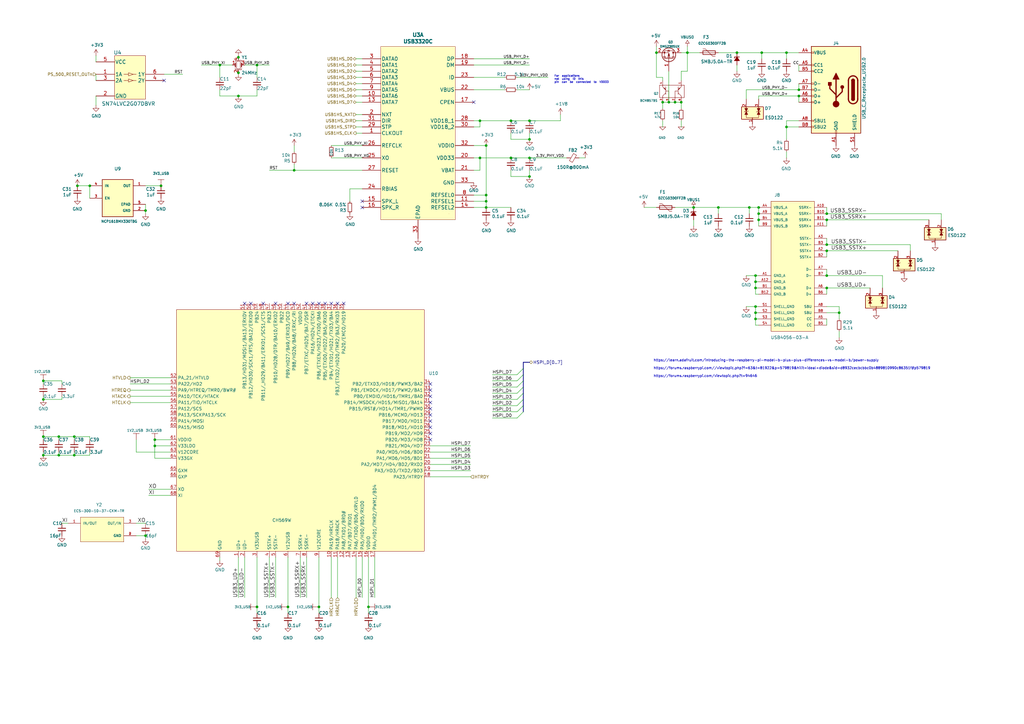
<source format=kicad_sch>
(kicad_sch (version 20230819) (generator eeschema)
  (paper "A3")
  (junction (at 17.78 179.07))
  (junction (at 344.17 128.27))
  (junction (at 307.34 85.09))
  (junction (at 151.13 248.92))
  (junction (at 24.13 179.07))
  (junction (at 17.78 163.83))
  (junction (at 322.58 52.07))
  (junction (at 59.69 219.71))
  (junction (at 196.85 64.77))
  (junction (at 196.85 49.53))
  (junction (at 36.83 76.2))
  (junction (at 322.58 21.59))
  (junction (at 118.11 248.92))
  (junction (at 339.09 102.87))
  (junction (at 311.15 87.63))
  (junction (at 281.94 21.59))
  (junction (at 17.78 156.21))
  (junction (at 31.75 76.2))
  (junction (at 17.78 186.69))
  (junction (at 312.42 21.59))
  (junction (at 199.39 82.55))
  (junction (at 199.39 59.69))
  (junction (at 90.17 26.67))
  (junction (at 30.48 186.69))
  (junction (at 63.5 182.88))
  (junction (at 309.88 115.57))
  (junction (at 327.66 39.37))
  (junction (at 279.4 41.91))
  (junction (at 311.15 90.17))
  (junction (at 97.79 23.495))
  (junction (at 209.55 49.53))
  (junction (at 339.09 118.11))
  (junction (at 63.5 180.34))
  (junction (at 339.09 90.17))
  (junction (at 105.41 248.92))
  (junction (at 199.39 85.09))
  (junction (at 217.17 49.53))
  (junction (at 339.09 87.63))
  (junction (at 209.55 64.77))
  (junction (at 302.26 21.59))
  (junction (at 309.88 125.73))
  (junction (at 217.17 57.15))
  (junction (at 59.69 86.36))
  (junction (at 97.79 29.845))
  (junction (at 120.65 69.85))
  (junction (at 284.48 85.09))
  (junction (at 276.86 41.91))
  (junction (at 130.81 248.92))
  (junction (at 339.09 113.03))
  (junction (at 66.04 76.2))
  (junction (at 309.88 130.81))
  (junction (at 269.24 21.59))
  (junction (at 311.15 85.09))
  (junction (at 30.48 179.07))
  (junction (at 327.66 36.83))
  (junction (at 294.64 85.09))
  (junction (at 199.39 80.01))
  (junction (at 309.88 113.03))
  (junction (at 105.41 26.67))
  (junction (at 339.09 100.33))
  (junction (at 217.17 72.39))
  (junction (at 274.32 41.91))
  (junction (at 271.78 41.91))
  (junction (at 97.79 39.37))
  (junction (at 309.88 128.27))
  (junction (at 24.13 186.69))
  (junction (at 309.88 118.11))
  (junction (at 217.17 64.77))
  (no_connect (at 176.53 177.8))
  (no_connect (at 102.87 124.46))
  (no_connect (at 176.53 170.18))
  (no_connect (at 133.35 124.46))
  (no_connect (at 138.43 124.46))
  (no_connect (at 176.53 162.56))
  (no_connect (at 100.33 124.46))
  (no_connect (at 176.53 160.02))
  (no_connect (at 118.11 124.46))
  (no_connect (at 135.89 124.46))
  (no_connect (at 148.59 85.09))
  (no_connect (at 176.53 175.26))
  (no_connect (at 128.27 124.46))
  (no_connect (at 176.53 165.1))
  (no_connect (at 107.95 124.46))
  (no_connect (at 113.03 124.46))
  (no_connect (at 140.97 124.46))
  (no_connect (at 176.53 172.72))
  (no_connect (at 176.53 180.34))
  (no_connect (at 176.53 157.48))
  (no_connect (at 194.31 41.91))
  (no_connect (at 120.65 124.46))
  (no_connect (at 125.73 124.46))
  (no_connect (at 148.59 82.55))
  (no_connect (at 176.53 167.64))
  (no_connect (at 67.31 33.02))
  (no_connect (at 130.81 124.46))
  (bus_entry (at 212.09 163.83) (size 2.54 -2.54))
  (bus_entry (at 212.09 158.75) (size 2.54 -2.54))
  (bus_entry (at 212.09 153.67) (size 2.54 -2.54))
  (bus_entry (at 212.09 171.45) (size 2.54 -2.54))
  (bus_entry (at 212.09 156.21) (size 2.54 -2.54))
  (bus_entry (at 212.09 161.29) (size 2.54 -2.54))
  (bus_entry (at 212.09 168.91) (size 2.54 -2.54))
  (bus_entry (at 212.09 166.37) (size 2.54 -2.54))
  (bus (pts (xy 214.63 158.75) (xy 214.63 161.29)))
  (wire (pts (xy 110.49 69.85) (xy 120.65 69.85)))
  (wire (pts (xy 276.86 41.91) (xy 279.4 41.91)))
  (wire (pts (xy 217.17 57.15) (xy 209.55 57.15)))
  (wire (pts (xy 125.73 228.6) (xy 125.73 245.11)))
  (wire (pts (xy 339.09 85.09) (xy 339.09 87.63)))
  (wire (pts (xy 339.09 100.33) (xy 373.38 100.33)))
  (wire (pts (xy 312.42 21.59) (xy 312.42 24.13)))
  (wire (pts (xy 151.13 248.92) (xy 151.13 251.46)))
  (wire (pts (xy 17.78 186.69) (xy 24.13 186.69)))
  (wire (pts (xy 90.17 39.37) (xy 97.79 39.37)))
  (wire (pts (xy 269.24 31.75) (xy 269.24 21.59)))
  (wire (pts (xy 90.17 39.37) (xy 90.17 36.83)))
  (wire (pts (xy 309.88 120.65) (xy 311.15 120.65)))
  (wire (pts (xy 113.03 228.6) (xy 113.03 245.11)))
  (wire (pts (xy 130.81 228.6) (xy 130.81 248.92)))
  (wire (pts (xy 284.48 92.71) (xy 284.48 90.17)))
  (wire (pts (xy 30.48 179.07) (xy 30.48 180.34)))
  (wire (pts (xy 199.39 80.01) (xy 194.31 80.01)))
  (wire (pts (xy 196.85 69.85) (xy 196.85 64.77)))
  (wire (pts (xy 212.09 36.83) (xy 217.17 36.83)))
  (wire (pts (xy 39.37 39.37) (xy 39.37 43.18)))
  (wire (pts (xy 311.15 87.63) (xy 311.15 85.09)))
  (wire (pts (xy 176.53 185.42) (xy 193.04 185.42)))
  (wire (pts (xy 309.88 115.57) (xy 311.15 115.57)))
  (wire (pts (xy 30.48 185.42) (xy 30.48 186.69)))
  (wire (pts (xy 279.4 29.21) (xy 279.4 33.02)))
  (wire (pts (xy 24.13 186.69) (xy 30.48 186.69)))
  (wire (pts (xy 194.31 31.75) (xy 207.01 31.75)))
  (wire (pts (xy 306.07 113.03) (xy 309.88 113.03)))
  (bus (pts (xy 214.63 161.29) (xy 214.63 163.83)))
  (wire (pts (xy 196.85 64.77) (xy 209.55 64.77)))
  (wire (pts (xy 209.55 72.39) (xy 217.17 72.39)))
  (wire (pts (xy 217.17 64.77) (xy 232.41 64.77)))
  (wire (pts (xy 69.85 165.1) (xy 53.34 165.1)))
  (wire (pts (xy 194.31 85.09) (xy 199.39 85.09)))
  (wire (pts (xy 148.59 26.67) (xy 146.05 26.67)))
  (wire (pts (xy 322.58 24.13) (xy 322.58 21.59)))
  (wire (pts (xy 24.13 179.07) (xy 24.13 180.34)))
  (wire (pts (xy 306.07 36.83) (xy 306.07 40.64)))
  (wire (pts (xy 148.59 29.21) (xy 146.05 29.21)))
  (wire (pts (xy 309.88 130.81) (xy 311.15 130.81)))
  (wire (pts (xy 176.53 182.88) (xy 193.04 182.88)))
  (wire (pts (xy 148.59 24.13) (xy 146.05 24.13)))
  (wire (pts (xy 148.59 52.07) (xy 146.05 52.07)))
  (wire (pts (xy 69.85 157.48) (xy 53.34 157.48)))
  (wire (pts (xy 138.43 228.6) (xy 138.43 245.11)))
  (wire (pts (xy 148.59 54.61) (xy 146.05 54.61)))
  (wire (pts (xy 294.64 85.09) (xy 294.64 87.63)))
  (wire (pts (xy 237.49 64.77) (xy 240.03 64.77)))
  (wire (pts (xy 276.86 85.09) (xy 284.48 85.09)))
  (wire (pts (xy 327.66 26.67) (xy 327.66 29.21)))
  (wire (pts (xy 59.69 83.82) (xy 59.69 86.36)))
  (wire (pts (xy 344.17 130.81) (xy 344.17 128.27)))
  (wire (pts (xy 148.59 39.37) (xy 146.05 39.37)))
  (wire (pts (xy 69.85 154.94) (xy 53.34 154.94)))
  (wire (pts (xy 194.31 26.67) (xy 217.17 26.67)))
  (wire (pts (xy 344.17 125.73) (xy 339.09 125.73)))
  (wire (pts (xy 309.88 125.73) (xy 311.15 125.73)))
  (wire (pts (xy 217.17 54.61) (xy 217.17 57.15)))
  (wire (pts (xy 63.5 187.96) (xy 63.5 182.88)))
  (wire (pts (xy 212.09 158.75) (xy 201.93 158.75)))
  (wire (pts (xy 209.55 49.53) (xy 196.85 49.53)))
  (wire (pts (xy 322.58 21.59) (xy 312.42 21.59)))
  (wire (pts (xy 309.88 128.27) (xy 309.88 130.81)))
  (wire (pts (xy 90.17 31.75) (xy 90.17 26.67)))
  (wire (pts (xy 176.53 190.5) (xy 193.04 190.5)))
  (wire (pts (xy 281.94 21.59) (xy 279.4 21.59)))
  (bus (pts (xy 214.63 151.13) (xy 214.63 153.67)))
  (wire (pts (xy 274.32 41.91) (xy 276.86 41.91)))
  (wire (pts (xy 148.59 77.47) (xy 143.51 77.47)))
  (wire (pts (xy 306.07 36.83) (xy 327.66 36.83)))
  (wire (pts (xy 17.78 163.83) (xy 17.78 162.56)))
  (wire (pts (xy 196.85 52.07) (xy 196.85 49.53)))
  (wire (pts (xy 281.94 29.21) (xy 279.4 29.21)))
  (wire (pts (xy 322.58 49.53) (xy 327.66 49.53)))
  (wire (pts (xy 55.88 185.42) (xy 55.88 180.34)))
  (wire (pts (xy 120.65 67.31) (xy 120.65 69.85)))
  (wire (pts (xy 199.39 85.09) (xy 209.55 85.09)))
  (bus (pts (xy 214.63 148.59) (xy 214.63 151.13)))
  (wire (pts (xy 229.87 49.53) (xy 217.17 49.53)))
  (wire (pts (xy 307.34 85.09) (xy 294.64 85.09)))
  (wire (pts (xy 199.39 82.55) (xy 199.39 80.01)))
  (wire (pts (xy 120.65 59.69) (xy 120.65 62.23)))
  (wire (pts (xy 74.93 30.48) (xy 67.31 30.48)))
  (wire (pts (xy 312.42 21.59) (xy 302.26 21.59)))
  (wire (pts (xy 135.89 64.77) (xy 148.59 64.77)))
  (wire (pts (xy 322.58 57.15) (xy 322.58 52.07)))
  (wire (pts (xy 60.96 203.2) (xy 69.85 203.2)))
  (wire (pts (xy 344.17 135.89) (xy 344.17 138.43)))
  (wire (pts (xy 97.79 23.495) (xy 97.79 24.13)))
  (wire (pts (xy 176.53 187.96) (xy 193.04 187.96)))
  (wire (pts (xy 194.31 36.83) (xy 207.01 36.83)))
  (wire (pts (xy 217.17 72.39) (xy 217.17 69.85)))
  (wire (pts (xy 97.79 29.21) (xy 97.79 29.845)))
  (wire (pts (xy 339.09 102.87) (xy 368.3 102.87)))
  (wire (pts (xy 130.81 248.92) (xy 130.81 251.46)))
  (wire (pts (xy 148.59 69.85) (xy 120.65 69.85)))
  (wire (pts (xy 279.4 41.91) (xy 279.4 44.45)))
  (wire (pts (xy 309.88 125.73) (xy 309.88 128.27)))
  (wire (pts (xy 194.31 24.13) (xy 217.17 24.13)))
  (wire (pts (xy 327.66 52.07) (xy 322.58 52.07)))
  (wire (pts (xy 17.78 179.07) (xy 17.78 180.34)))
  (wire (pts (xy 212.09 153.67) (xy 201.93 153.67)))
  (wire (pts (xy 25.4 214.63) (xy 27.94 214.63)))
  (wire (pts (xy 110.49 26.67) (xy 105.41 26.67)))
  (wire (pts (xy 97.79 39.37) (xy 105.41 39.37)))
  (wire (pts (xy 281.94 19.05) (xy 281.94 21.59)))
  (wire (pts (xy 110.49 228.6) (xy 110.49 245.11)))
  (wire (pts (xy 212.09 168.91) (xy 201.93 168.91)))
  (wire (pts (xy 25.4 163.83) (xy 25.4 162.56)))
  (wire (pts (xy 327.66 39.37) (xy 327.66 41.91)))
  (wire (pts (xy 339.09 113.03) (xy 361.95 113.03)))
  (wire (pts (xy 148.59 41.91) (xy 146.05 41.91)))
  (wire (pts (xy 327.66 21.59) (xy 322.58 21.59)))
  (wire (pts (xy 100.33 228.6) (xy 100.33 245.11)))
  (wire (pts (xy 309.88 118.11) (xy 309.88 120.65)))
  (wire (pts (xy 269.24 85.09) (xy 264.16 85.09)))
  (wire (pts (xy 90.17 229.87) (xy 90.17 228.6)))
  (wire (pts (xy 148.59 228.6) (xy 148.59 245.11)))
  (wire (pts (xy 339.09 90.17) (xy 339.09 92.71)))
  (wire (pts (xy 212.09 166.37) (xy 201.93 166.37)))
  (wire (pts (xy 209.55 64.77) (xy 217.17 64.77)))
  (wire (pts (xy 339.09 128.27) (xy 344.17 128.27)))
  (wire (pts (xy 60.96 200.66) (xy 69.85 200.66)))
  (wire (pts (xy 31.75 76.2) (xy 36.83 76.2)))
  (wire (pts (xy 148.59 49.53) (xy 146.05 49.53)))
  (wire (pts (xy 361.95 118.11) (xy 361.95 113.03)))
  (wire (pts (xy 97.79 22.86) (xy 97.79 23.495)))
  (wire (pts (xy 309.88 128.27) (xy 311.15 128.27)))
  (wire (pts (xy 194.31 64.77) (xy 196.85 64.77)))
  (wire (pts (xy 36.83 180.34) (xy 36.83 179.07)))
  (wire (pts (xy 209.55 69.85) (xy 209.55 72.39)))
  (bus (pts (xy 214.63 166.37) (xy 214.63 168.91)))
  (wire (pts (xy 59.69 220.98) (xy 59.69 219.71)))
  (wire (pts (xy 135.89 228.6) (xy 135.89 245.11)))
  (wire (pts (xy 66.04 76.2) (xy 59.69 76.2)))
  (wire (pts (xy 105.41 31.75) (xy 105.41 26.67)))
  (wire (pts (xy 25.4 156.21) (xy 17.78 156.21)))
  (wire (pts (xy 153.67 228.6) (xy 153.67 245.11)))
  (wire (pts (xy 148.59 46.99) (xy 146.05 46.99)))
  (wire (pts (xy 311.15 39.37) (xy 327.66 39.37)))
  (wire (pts (xy 196.85 49.53) (xy 194.31 49.53)))
  (wire (pts (xy 294.64 21.59) (xy 302.26 21.59)))
  (wire (pts (xy 322.58 52.07) (xy 322.58 49.53)))
  (bus (pts (xy 217.17 148.59) (xy 214.63 148.59)))
  (wire (pts (xy 373.38 100.33) (xy 373.38 102.87)))
  (wire (pts (xy 307.34 85.09) (xy 311.15 85.09)))
  (wire (pts (xy 339.09 102.87) (xy 339.09 105.41)))
  (wire (pts (xy 17.78 163.83) (xy 25.4 163.83)))
  (wire (pts (xy 307.34 87.63) (xy 307.34 85.09)))
  (wire (pts (xy 63.5 180.34) (xy 69.85 180.34)))
  (wire (pts (xy 339.09 97.79) (xy 339.09 100.33)))
  (wire (pts (xy 24.13 185.42) (xy 24.13 186.69)))
  (wire (pts (xy 274.32 29.21) (xy 274.32 41.91)))
  (wire (pts (xy 30.48 186.69) (xy 36.83 186.69)))
  (wire (pts (xy 25.4 157.48) (xy 25.4 156.21)))
  (wire (pts (xy 55.88 219.71) (xy 59.69 219.71)))
  (wire (pts (xy 135.89 59.69) (xy 148.59 59.69)))
  (wire (pts (xy 199.39 85.09) (xy 199.39 82.55)))
  (wire (pts (xy 105.41 36.83) (xy 105.41 39.37)))
  (bus (pts (xy 214.63 153.67) (xy 214.63 156.21)))
  (wire (pts (xy 176.53 193.04) (xy 193.04 193.04)))
  (wire (pts (xy 311.15 39.37) (xy 311.15 40.64)))
  (wire (pts (xy 271.78 49.53) (xy 271.78 52.07)))
  (wire (pts (xy 118.11 248.92) (xy 118.11 251.46)))
  (wire (pts (xy 217.17 49.53) (xy 209.55 49.53)))
  (wire (pts (xy 271.78 31.75) (xy 271.78 33.02)))
  (wire (pts (xy 339.09 118.11) (xy 356.87 118.11)))
  (wire (pts (xy 39.37 22.86) (xy 39.37 25.4)))
  (wire (pts (xy 69.85 187.96) (xy 63.5 187.96)))
  (wire (pts (xy 176.53 195.58) (xy 193.04 195.58)))
  (wire (pts (xy 90.17 26.67) (xy 95.25 26.67)))
  (wire (pts (xy 229.87 46.99) (xy 229.87 49.53)))
  (wire (pts (xy 97.79 228.6) (xy 97.79 245.11)))
  (wire (pts (xy 36.83 186.69) (xy 36.83 185.42)))
  (wire (pts (xy 148.59 36.83) (xy 146.05 36.83)))
  (wire (pts (xy 17.78 156.21) (xy 17.78 157.48)))
  (wire (pts (xy 274.32 41.91) (xy 271.78 41.91)))
  (wire (pts (xy 123.19 228.6) (xy 123.19 245.11)))
  (wire (pts (xy 281.94 21.59) (xy 281.94 29.21)))
  (wire (pts (xy 309.88 113.03) (xy 309.88 115.57)))
  (wire (pts (xy 59.69 86.36) (xy 59.69 87.63)))
  (wire (pts (xy 30.48 179.07) (xy 36.83 179.07)))
  (wire (pts (xy 309.88 118.11) (xy 311.15 118.11)))
  (wire (pts (xy 39.37 30.48) (xy 39.37 33.02)))
  (wire (pts (xy 105.41 26.67) (xy 100.33 26.67)))
  (wire (pts (xy 146.05 228.6) (xy 146.05 245.11)))
  (bus (pts (xy 214.63 163.83) (xy 214.63 166.37)))
  (wire (pts (xy 55.88 214.63) (xy 59.69 214.63)))
  (bus (pts (xy 214.63 156.21) (xy 214.63 158.75)))
  (wire (pts (xy 309.88 115.57) (xy 309.88 118.11)))
  (wire (pts (xy 386.08 87.63) (xy 386.08 90.17)))
  (wire (pts (xy 212.09 156.21) (xy 201.93 156.21)))
  (wire (pts (xy 212.09 31.75) (xy 224.79 31.75)))
  (wire (pts (xy 302.26 29.21) (xy 302.26 26.67)))
  (wire (pts (xy 287.02 21.59) (xy 281.94 21.59)))
  (wire (pts (xy 339.09 118.11) (xy 339.09 120.65)))
  (wire (pts (xy 339.09 87.63) (xy 386.08 87.63)))
  (wire (pts (xy 271.78 41.91) (xy 271.78 44.45)))
  (wire (pts (xy 69.85 160.02) (xy 53.34 160.02)))
  (wire (pts (xy 311.15 92.71) (xy 311.15 90.17)))
  (wire (pts (xy 17.78 179.07) (xy 24.13 179.07)))
  (wire (pts (xy 194.31 82.55) (xy 199.39 82.55)))
  (wire (pts (xy 97.79 29.845) (xy 97.79 30.48)))
  (wire (pts (xy 24.13 179.07) (xy 30.48 179.07)))
  (wire (pts (xy 209.55 57.15) (xy 209.55 54.61)))
  (wire (pts (xy 306.07 125.73) (xy 309.88 125.73)))
  (wire (pts (xy 269.24 19.05) (xy 269.24 21.59)))
  (wire (pts (xy 212.09 163.83) (xy 201.93 163.83)))
  (wire (pts (xy 339.09 110.49) (xy 339.09 113.03)))
  (wire (pts (xy 212.09 161.29) (xy 201.93 161.29)))
  (wire (pts (xy 194.31 52.07) (xy 196.85 52.07)))
  (wire (pts (xy 82.55 26.67) (xy 90.17 26.67)))
  (wire (pts (xy 327.66 34.29) (xy 327.66 36.83)))
  (wire (pts (xy 309.88 130.81) (xy 309.88 133.35)))
  (wire (pts (xy 339.09 130.81) (xy 339.09 133.35)))
  (wire (pts (xy 69.85 185.42) (xy 55.88 185.42)))
  (wire (pts (xy 194.31 69.85) (xy 196.85 69.85)))
  (wire (pts (xy 212.09 171.45) (xy 201.93 171.45)))
  (wire (pts (xy 344.17 128.27) (xy 344.17 125.73)))
  (wire (pts (xy 309.88 113.03) (xy 311.15 113.03)))
  (wire (pts (xy 105.41 248.92) (xy 105.41 251.46)))
  (wire (pts (xy 271.78 31.75) (xy 269.24 31.75)))
  (wire (pts (xy 69.85 162.56) (xy 53.34 162.56)))
  (wire (pts (xy 36.83 76.2) (xy 36.83 81.28)))
  (wire (pts (xy 311.15 90.17) (xy 311.15 87.63)))
  (wire (pts (xy 143.51 77.47) (xy 143.51 82.55)))
  (wire (pts (xy 339.09 90.17) (xy 381 90.17)))
  (wire (pts (xy 199.39 59.69) (xy 199.39 80.01)))
  (wire (pts (xy 322.58 62.23) (xy 322.58 64.77)))
  (wire (pts (xy 105.41 228.6) (xy 105.41 248.92)))
  (wire (pts (xy 309.88 133.35) (xy 311.15 133.35)))
  (wire (pts (xy 63.5 182.88) (xy 63.5 180.34)))
  (wire (pts (xy 118.11 228.6) (xy 118.11 248.92)))
  (wire (pts (xy 69.85 182.88) (xy 63.5 182.88)))
  (wire (pts (xy 294.64 85.09) (xy 284.48 85.09)))
  (wire (pts (xy 148.59 34.29) (xy 146.05 34.29)))
  (wire (pts (xy 17.78 185.42) (xy 17.78 186.69)))
  (wire (pts (xy 279.4 49.53) (xy 279.4 52.07)))
  (wire (pts (xy 151.13 228.6) (xy 151.13 248.92)))
  (wire (pts (xy 148.59 31.75) (xy 146.05 31.75)))
  (wire (pts (xy 194.31 59.69) (xy 199.39 59.69)))
  (text "For  applications  \nnot  using  ID  this  \npin  can  be  connected  to  VDD33" (at 227.33 34.29 0) (effects (font (size 0.7874 0.7874)) (justify left bottom)))
  (text "https://learn.adafruit.com/introducing-the-raspberry-pi-model-b-plus-plus-differences-vs-model-b/power-supply\n\nhttps://forums.raspberrypi.com//viewtopic.php?f=63&t=81922&p=579819&hilit=ideal+diode&sid=d8932cecbcbbc0b4889810990c86351f#p579819\n\nhttps://forums.raspberrypi.com/viewtopic.php?t=94646" (at 267.97 154.94 0) (effects (font (size 1 1)) (justify left bottom)))
  (label "HSPI_D1" (at 153.67 245.11 90))
  (label "USB3_UD-" (at 100.33 245.11 90) (effects (font (size 1.524 1.524))))
  (label "HSPI_D2" (at 201.93 166.37 0))
  (label "XO" (at 59.69 214.63 180) (effects (font (size 1.524 1.524))))
  (label "USB3_UD+" (at 355.6 118.11 180) (effects (font (size 1.524 1.524))))
  (label "XO" (at 60.96 200.66 0) (effects (font (size 1.524 1.524))))
  (label "3.3V_PHY_VDD" (at 224.79 31.75 180) (effects (font (size 1.0922 1.0922))))
  (label "HSPI_D0" (at 201.93 171.45 0))
  (label "HSPI_D0" (at 148.59 245.11 90))
  (label "HSPI_D3" (at 193.04 193.04 180))
  (label "HSPI_D4" (at 201.93 161.29 0))
  (label "HSPI_D6" (at 193.04 185.42 180))
  (label "XI" (at 25.4 214.63 0) (effects (font (size 1.524 1.524))))
  (label "USB_PHY_D-" (at 312.42 36.83 0) (effects (font (size 1.0922 1.0922))))
  (label "HSPI_D7" (at 201.93 153.67 0))
  (label "USB_PHY_XI" (at 140.97 59.69 0) (effects (font (size 1.0922 1.0922))))
  (label "USB3_SSRX+" (at 123.19 245.11 90) (effects (font (size 1.524 1.524))))
  (label "HSPI_D6" (at 201.93 156.21 0))
  (label "RST" (at 110.49 69.85 0) (effects (font (size 1.1938 1.1938))))
  (label "USB3_SSRX-" (at 355.6 87.63 180) (effects (font (size 1.524 1.524))))
  (label "HSPI_D5" (at 193.04 187.96 180))
  (label "HSPI_D7" (at 193.04 182.88 180))
  (label "USB3_SSTX-" (at 355.6 100.33 180) (effects (font (size 1.524 1.524))))
  (label "XI" (at 60.96 203.2 0) (effects (font (size 1.524 1.524))))
  (label "CC" (at 327.66 26.67 180) (effects (font (size 1.0922 1.0922))))
  (label "HSPI_D1" (at 201.93 168.91 0))
  (label "HSPI_D5" (at 201.93 158.75 0))
  (label "USB3_SSTX-" (at 113.03 245.11 90) (effects (font (size 1.524 1.524))))
  (label "RST" (at 74.93 30.48 180) (effects (font (size 1.1938 1.1938))))
  (label "HSPI_D4" (at 193.04 190.5 180))
  (label "USB_PHY_X0" (at 110.49 26.67 180) (effects (font (size 1.0922 1.0922))))
  (label "USB_PHY_D+" (at 217.17 24.13 180) (effects (font (size 1.0922 1.0922))))
  (label "USB_PHY_XI" (at 82.55 26.67 0) (effects (font (size 1.0922 1.0922))))
  (label "USB_PHY_D-" (at 217.17 26.67 180) (effects (font (size 1.0922 1.0922))))
  (label "USB3_SSRX-" (at 125.73 245.11 90) (effects (font (size 1.524 1.524))))
  (label "USB_PHY_D+" (at 312.42 39.37 0) (effects (font (size 1.0922 1.0922))))
  (label "HSPI_D2" (at 53.34 157.48 0))
  (label "3.3V_PHY_VDD" (at 219.71 64.77 0) (effects (font (size 1.0922 1.0922))))
  (label "USB3_UD+" (at 97.79 245.11 90) (effects (font (size 1.524 1.524))))
  (label "USB3_SSRX+" (at 355.6 90.17 180) (effects (font (size 1.524 1.524))))
  (label "HSPI_D3" (at 201.93 163.83 0))
  (label "USB3_SSTX+" (at 355.6 102.87 180) (effects (font (size 1.524 1.524))))
  (label "USB_PHY_X0" (at 140.97 64.77 0) (effects (font (size 1.0922 1.0922))))
  (label "USB3_SSTX+" (at 110.49 245.11 90) (effects (font (size 1.524 1.524))))
  (label "USB3_UD-" (at 355.6 113.03 180) (effects (font (size 1.524 1.524))))
  (hierarchical_label "PS_500_RESET_OUTn" (shape input) (at 39.37 30.48 180) (effects (font (size 1.1938 1.1938))))
  (hierarchical_label "HRCLK" (shape input) (at 135.89 245.11 270))
  (hierarchical_label "USB1HS_D1" (shape bidirectional) (at 146.05 26.67 180) (effects (font (size 1.1938 1.1938))))
  (hierarchical_label "USB1HS_D0" (shape bidirectional) (at 146.05 24.13 180) (effects (font (size 1.1938 1.1938))))
  (hierarchical_label "HTVLD" (shape output) (at 53.34 154.94 180))
  (hierarchical_label "HTREQ" (shape output) (at 53.34 160.02 180))
  (hierarchical_label "USB1HS_D3" (shape bidirectional) (at 146.05 31.75 180) (effects (font (size 1.1938 1.1938))))
  (hierarchical_label "USB1HS_D4" (shape bidirectional) (at 146.05 34.29 180) (effects (font (size 1.1938 1.1938))))
  (hierarchical_label "HRVLD" (shape input) (at 146.05 245.11 270))
  (hierarchical_label "HTRDY" (shape input) (at 193.04 195.58 0))
  (hierarchical_label "USB1HS_D2" (shape bidirectional) (at 146.05 29.21 180) (effects (font (size 1.1938 1.1938))))
  (hierarchical_label "USB1HS_STP" (shape input) (at 146.05 52.07 180) (effects (font (size 1.1938 1.1938))))
  (hierarchical_label "HTCLK" (shape output) (at 53.34 165.1 180))
  (hierarchical_label "USB1HS_D6" (shape bidirectional) (at 146.05 39.37 180) (effects (font (size 1.1938 1.1938))))
  (hierarchical_label "HRACT" (shape input) (at 138.43 245.11 270))
  (hierarchical_label "USB1HS_DIR" (shape input) (at 146.05 49.53 180) (effects (font (size 1.1938 1.1938))))
  (hierarchical_label "USB1HS_D7" (shape bidirectional) (at 146.05 41.91 180) (effects (font (size 1.1938 1.1938))))
  (hierarchical_label "USB1HS_D5" (shape bidirectional) (at 146.05 36.83 180) (effects (font (size 1.1938 1.1938))))
  (hierarchical_label "USB1HS_NXT" (shape input) (at 146.05 46.99 180) (effects (font (size 1.1938 1.1938))))
  (hierarchical_label "USB1HS_CLK" (shape output) (at 146.05 54.61 180) (effects (font (size 1.1938 1.1938))))
  (hierarchical_label "HSPI_D[0..7]" (shape bidirectional) (at 217.17 148.59 0))
  (hierarchical_label "HTACK" (shape output) (at 53.34 162.56 180))
  (symbol (lib_id "Device:R_Small") (at 143.51 85.09 180) (unit 1)
    (property "Reference" "R3" (at 142.0114 86.2584 0) (effects (justify left)))
    (property "Value" "8.06K 0.5%" (at 142.0114 83.947 0) (effects (justify left)))
    (property "Footprint" "smd:R_0201_0603Metric" (effects hide))
    (property "Datasheet" "https://www.yageo.com/upload/media/product/productsearch/datasheet/rchip/PYu-RT_1-to-0.01_RoHS_L_13.pdf" (effects hide))
    (property "Manufacturer_Part_Number" "RT0201BRE078K06L" (effects hide))
  )
  (symbol (lib_id "power:GND") (at 171.45 97.79 0) (unit 1)
    (property "Reference" "#PWR0118" (effects hide))
    (property "Value" "GND" (at 171.577 102.1842 0))
  )
  (symbol (lib_id "power:GND") (at 199.39 90.17 0) (unit 1)
    (property "Reference" "#PWR0119" (effects hide))
    (property "Value" "GND" (at 199.517 94.5642 0))
  )
  (symbol (lib_id "Device:C_Small") (at 199.39 87.63 0) (unit 1)
    (property "Reference" "C5" (at 201.7268 86.4616 0) (effects (justify left)))
    (property "Value" "0.1uF" (at 201.7268 88.773 0) (effects (justify left)))
    (property "Footprint" "smd:C_0201_0603Metric" (effects hide))
    (property "Datasheet" "https://mm.digikey.com/Volume0/opasdata/d220001/medias/docus/41/CL03A104KQ3NNNC_SS.pdf" (effects hide))
    (property "Manufacturer_Part_Number" "CL03A104KQ3NNNC" (effects hide))
  )
  (symbol (lib_id "power:GND") (at 194.31 74.93 0) (unit 1)
    (property "Reference" "#PWR0120" (effects hide))
    (property "Value" "GND" (at 194.31 78.105 0))
  )
  (symbol (lib_id "Device:C_Small") (at 209.55 52.07 0) (unit 1)
    (property "Reference" "C6" (at 209.55 50.165 0) (effects (justify left)))
    (property "Value" "0.1uF" (at 209.55 53.975 0) (effects (justify left)))
    (property "Footprint" "smd:C_0201_0603Metric" (effects hide))
    (property "Datasheet" "https://mm.digikey.com/Volume0/opasdata/d220001/medias/docus/41/CL03A104KQ3NNNC_SS.pdf" (effects hide))
    (property "Manufacturer_Part_Number" "CL03A104KQ3NNNC" (effects hide))
  )
  (symbol (lib_id "Connector:USB_C_Receptacle_USB2.0") (at 342.9 36.83 0) (mirror y) (unit 1)
    (property "Reference" "J4" (at 342.9 17.78 0))
    (property "Value" "USB_C_Receptacle_USB2.0" (at 354.33 36.195 90))
    (property "Footprint" "Connector_USB:USB_C_Receptacle_GCT_USB4085" (effects hide))
    (property "Datasheet" "https://www.usb.org/sites/default/files/documents/usb_type-c.zip" (effects hide))
    (property "Manufacturer_Part_Number" "USB4085-GF-A" (effects hide))
  )
  (symbol (lib_id "Device:C_Small") (at 217.17 52.07 0) (unit 1)
    (property "Reference" "C7" (at 217.17 50.165 0) (effects (justify left)))
    (property "Value" "0.1uF" (at 217.17 53.975 0) (effects (justify left)))
    (property "Footprint" "smd:C_0201_0603Metric" (effects hide))
    (property "Datasheet" "https://mm.digikey.com/Volume0/opasdata/d220001/medias/docus/41/CL03A104KQ3NNNC_SS.pdf" (effects hide))
    (property "Manufacturer_Part_Number" "CL03A104KQ3NNNC" (effects hide))
  )
  (symbol (lib_id "Device:C_Small") (at 209.55 67.31 0) (unit 1)
    (property "Reference" "C8" (at 209.55 65.405 0) (effects (justify left)))
    (property "Value" "0.1uF" (at 209.55 69.215 0) (effects (justify left)))
    (property "Footprint" "smd:C_0201_0603Metric" (effects hide))
    (property "Datasheet" "https://mm.digikey.com/Volume0/opasdata/d220001/medias/docus/41/CL03A104KQ3NNNC_SS.pdf" (effects hide))
    (property "Manufacturer_Part_Number" "CL03A104KQ3NNNC" (effects hide))
  )
  (symbol (lib_id "Device:C_Small") (at 217.17 67.31 0) (unit 1)
    (property "Reference" "C9" (at 217.17 65.405 0) (effects (justify left)))
    (property "Value" "0.1uF" (at 217.17 69.215 0) (effects (justify left)))
    (property "Footprint" "smd:C_0201_0603Metric" (effects hide))
    (property "Datasheet" "https://mm.digikey.com/Volume0/opasdata/d220001/medias/docus/41/CL03A104KQ3NNNC_SS.pdf" (effects hide))
    (property "Manufacturer_Part_Number" "CL03A104KQ3NNNC" (effects hide))
  )
  (symbol (lib_id "USB3320C:USB3320C") (at 171.45 52.07 0) (unit 1)
    (property "Reference" "U3" (at 171.45 14.3002 0) (effects (font (size 1.524 1.524) bold)))
    (property "Value" "USB3320C" (at 171.45 16.9926 0) (effects (font (size 1.524 1.524) bold)))
    (property "Footprint" "smd:USB3320C-EZK-TR" (effects hide))
    (property "Datasheet" "https://www.mouser.com/datasheet/2/268/MCHP_S_A0002156256_1-2520794.pdf" (effects hide))
    (property "Manufacturer_Part_Number" "USB3320C-EZK-TR" (effects hide))
  )
  (symbol (lib_id "power:GND") (at 217.17 57.15 0) (unit 1)
    (property "Reference" "#PWR0121" (effects hide))
    (property "Value" "GND" (at 217.17 60.96 0))
  )
  (symbol (lib_id "power:GND") (at 217.17 72.39 0) (unit 1)
    (property "Reference" "#PWR0122" (effects hide))
    (property "Value" "GND" (at 217.17 76.2 0))
  )
  (symbol (lib_id "power:GND") (at 342.9 59.69 0) (mirror y) (unit 1)
    (property "Reference" "#PWR01" (effects hide))
    (property "Value" "GND" (at 342.773 64.0842 0))
  )
  (symbol (lib_id "controller-rescue:Device_Ferrite_Bead_Small") (at 234.95 64.77 270) (unit 1)
    (property "Reference" "FB2" (at 234.95 61.595 90))
    (property "Value" "150R@800mA" (at 234.95 68.58 90))
    (property "Footprint" "Resistor_SMD:R_0402_1005Metric" (effects hide))
    (property "Datasheet" "https://product.tdk.com/info/en/catalog/datasheets/beads_commercial_power_mpz1005-e_en.pdf?ref_disty=digikey" (effects hide))
    (property "Manufacturer_Part_Number" "MPZ1005A151ET000" (effects hide))
  )
  (symbol (lib_id "Device:R_Small") (at 322.58 59.69 0) (mirror y) (unit 1)
    (property "Reference" "R4" (at 321.0814 58.5216 0) (effects (justify left)))
    (property "Value" "5.1k" (at 321.0814 60.833 0) (effects (justify left)))
    (property "Footprint" "smd:R_0201_0603Metric" (effects hide))
    (property "Datasheet" "https://api.pim.na.industrial.panasonic.com/file_stream/main/fileversion/1242" (effects hide))
    (property "Manufacturer_Part_Number" "ERJ-1GNJ512C" (effects hide))
  )
  (symbol (lib_id "power:GND") (at 322.58 64.77 0) (mirror y) (unit 1)
    (property "Reference" "#PWR0137" (effects hide))
    (property "Value" "GND" (at 322.453 69.1642 0))
  )
  (symbol (lib_id "power:GND") (at 143.51 87.63 0) (unit 1)
    (property "Reference" "#PWR0138" (effects hide))
    (property "Value" "GND" (at 143.637 92.0242 0))
  )
  (symbol (lib_id "crystal-small-device:crystal_small_device") (at 97.79 26.67 0) (unit 1)
    (property "Reference" "Y1" (at 99.06 23.495 0) (effects (justify left)))
    (property "Value" "24MHz" (at 99.06 29.845 0) (effects (justify left)))
    (property "Footprint" "smd:HCR2016" (effects hide))
    (property "Datasheet" "https://www.murata.com/~/media/webrenewal/campaign/ads/america/timing/p79e.ashx?la=en-us" (effects hide))
  )
  (symbol (lib_id "Device:C_Small") (at 90.17 34.29 0) (unit 1)
    (property "Reference" "C11" (at 90.17 32.385 0) (effects (justify left)))
    (property "Value" "22pF" (at 90.17 36.195 0) (effects (justify left)))
    (property "Footprint" "smd:C_0201_0603Metric" (effects hide))
    (property "Datasheet" "https://search.murata.co.jp/Ceramy/image/img/A01X/G101/ENG/GCM0335C1E220JA16-01A.pdf" (effects hide))
    (property "Manufacturer_Part_Number" "GCM0335C1E220JA16D" (effects hide))
  )
  (symbol (lib_id "Device:C_Small") (at 105.41 34.29 0) (unit 1)
    (property "Reference" "C14" (at 105.41 32.385 0) (effects (justify left)))
    (property "Value" "22pF" (at 105.41 36.195 0) (effects (justify left)))
    (property "Footprint" "smd:C_0201_0603Metric" (effects hide))
    (property "Datasheet" "https://search.murata.co.jp/Ceramy/image/img/A01X/G101/ENG/GCM0335C1E220JA16-01A.pdf" (effects hide))
    (property "Manufacturer_Part_Number" "GCM0335C1E220JA16D" (effects hide))
  )
  (symbol (lib_id "power:GND") (at 97.79 39.37 0) (unit 1)
    (property "Reference" "#PWR0140" (effects hide))
    (property "Value" "GND" (at 97.917 43.7642 0))
  )
  (symbol (lib_id "Device:R_Small") (at 209.55 36.83 90) (unit 1)
    (property "Reference" "R6" (at 207.645 35.56 90) (effects (justify left)))
    (property "Value" "10k" (at 215.265 35.56 90) (effects (justify left)))
    (property "Footprint" "smd:R_0201_0603Metric" (effects hide))
    (property "Datasheet" "https://industrial.panasonic.com/cdbs/www-data/pdf/RDA0000/AOA0000C304.pdf" (effects hide))
    (property "Manufacturer_Part_Number" "ERJ-1GNF1002C" (effects hide))
  )
  (symbol (lib_id "power:+1V8") (at 229.87 46.99 0) (unit 1)
    (property "Reference" "#PWR0129" (effects hide))
    (property "Value" "+1V8" (at 230.251 42.5958 0))
  )
  (symbol (lib_id "Device:R_Small") (at 120.65 64.77 180) (unit 1)
    (property "Reference" "R5" (at 119.1514 65.9384 0) (effects (justify left)))
    (property "Value" "10k" (at 119.1514 63.627 0) (effects (justify left)))
    (property "Footprint" "smd:R_0201_0603Metric" (effects hide))
    (property "Datasheet" "https://industrial.panasonic.com/cdbs/www-data/pdf/RDA0000/AOA0000C304.pdf" (effects hide))
    (property "Manufacturer_Part_Number" "ERJ-1GNF1002C" (effects hide))
  )
  (symbol (lib_id "Device:C_Small") (at 322.58 26.67 0) (mirror y) (unit 1)
    (property "Reference" "C18" (at 320.2432 25.5016 0) (effects (justify left)))
    (property "Value" "0.1uF" (at 320.2432 27.813 0) (effects (justify left)))
    (property "Footprint" "smd:C_0201_0603Metric" (effects hide))
    (property "Datasheet" "https://mm.digikey.com/Volume0/opasdata/d220001/medias/docus/41/CL03A104KQ3NNNC_SS.pdf" (effects hide))
    (property "Manufacturer_Part_Number" "CL03A104KQ3NNNC" (effects hide))
  )
  (symbol (lib_id "Device:C_Small") (at 312.42 26.67 0) (mirror y) (unit 1)
    (property "Reference" "C19" (at 310.0832 25.5016 0) (effects (justify left)))
    (property "Value" "1uF" (at 310.0832 27.813 0) (effects (justify left)))
    (property "Footprint" "smd:C_0402_1005Metric" (effects hide))
    (property "Datasheet" "https://datasheets.kyocera-avx.com/cx5r.pdf" (effects hide))
    (property "Manufacturer_Part_Number" "KGM05AR51A105KH" (effects hide))
  )
  (symbol (lib_id "power:GND") (at 322.58 29.21 0) (mirror y) (unit 1)
    (property "Reference" "#PWR0142" (effects hide))
    (property "Value" "GND" (at 322.58 33.02 0))
  )
  (symbol (lib_id "power:GND") (at 312.42 29.21 0) (mirror y) (unit 1)
    (property "Reference" "#PWR0143" (effects hide))
    (property "Value" "GND" (at 312.42 33.02 0))
  )
  (symbol (lib_id "Device:D_Zener_Small_Filled") (at 302.26 24.13 90) (mirror x) (unit 1)
    (property "Reference" "D1" (at 300.482 22.9616 90) (effects (justify left)))
    (property "Value" " SMBJ5.0A-TR" (at 300.482 25.273 90) (effects (justify left)))
    (property "Footprint" "Diode_SMD:D_SMB" (effects hide))
    (property "Datasheet" "https://www.st.com/content/ccc/resource/technical/document/datasheet/19/78/91/39/07/cd/40/65/CD00001366.pdf/files/CD00001366.pdf/_jcr_content/translations/en.CD00001366.pdf" (effects hide))
    (property "Manufacturer_Part_Number" " SMBJ5.0A-TR" (effects hide))
  )
  (symbol (lib_id "power:GND") (at 302.26 29.21 0) (mirror y) (unit 1)
    (property "Reference" "#PWR0123" (effects hide))
    (property "Value" "GND" (at 302.26 33.02 0))
  )
  (symbol (lib_id "power:+5V") (at 217.17 36.83 0) (unit 1)
    (property "Reference" "#PWR0141" (effects hide))
    (property "Value" "+5V" (at 219.71 35.56 0))
  )
  (symbol (lib_id "SN74LVC2G07:SN74LVC2G07DBVR") (at 39.37 30.48 0) (unit 1)
    (property "Reference" "U4" (at 48.26 21.59 0) (effects (font (size 1.524 1.524))))
    (property "Value" "SN74LVC2G07DBVR" (at 52.705 42.545 0) (effects (font (size 1.524 1.524))))
    (property "Footprint" "Package_TO_SOT_SMD:SOT-23-6" (effects hide))
    (property "Datasheet" "https://www.ti.com/lit/ds/sces308l/sces308l.pdf" (effects hide))
    (property "Manufacturer_Part_Number" "SN74LVC2G07DBVR" (effects hide))
  )
  (symbol (lib_id "power:GND") (at 39.37 43.18 0) (unit 1)
    (property "Reference" "#PWR0187" (effects hide))
    (property "Value" "GND" (at 39.497 47.5742 0))
  )
  (symbol (lib_id "Device:R_Small") (at 209.55 31.75 90) (unit 1)
    (property "Reference" "R12" (at 207.645 30.48 90) (effects (justify left)))
    (property "Value" "5.1k" (at 215.265 30.48 90) (effects (justify left)))
    (property "Footprint" "smd:R_0201_0603Metric" (effects hide))
    (property "Datasheet" "https://api.pim.na.industrial.panasonic.com/file_stream/main/fileversion/1242" (effects hide))
    (property "Manufacturer_Part_Number" "ERJ-1GNJ512C" (effects hide))
  )
  (symbol (lib_id "Device:R_Small") (at 135.89 62.23 0) (unit 1)
    (property "Reference" "R13" (at 137.16 61.595 0) (effects (justify left)))
    (property "Value" "10k" (at 135.89 64.135 90) (effects (font (size 1.0922 1.0922)) (justify left)))
    (property "Footprint" "smd:R_0201_0603Metric" (effects hide))
    (property "Datasheet" "https://industrial.panasonic.com/cdbs/www-data/pdf/RDA0000/AOA0000C304.pdf" (effects hide))
    (property "Manufacturer_Part_Number" "ERJ-1GNF1002C" (effects hide))
  )
  (symbol (lib_id "Device:C_Small") (at 30.48 182.88 0) (unit 1)
    (property "Reference" "C38" (at 30.48 180.34 0) (effects (justify left)))
    (property "Value" "0.1uF" (at 30.48 185.42 0) (effects (justify left)))
    (property "Footprint" "smd:C_0201_0603Metric" (effects hide))
    (property "Datasheet" "https://mm.digikey.com/Volume0/opasdata/d220001/medias/docus/41/CL03A104KQ3NNNC_SS.pdf" (effects hide))
    (property "Manufacturer_Part_Number" "CL03A104KQ3NNNC" (effects hide))
  )
  (symbol (lib_id "power:GND") (at 59.69 87.63 0) (unit 1)
    (property "Reference" "#PWR069" (effects hide))
    (property "Value" "GND" (at 59.69 92.075 0))
    (property "Description" "Power symbol creates a global label with name \"GND\" , ground" (effects hide))
    (instances (project "controller" (path "" (reference "#PWR069") (unit 1)) (path "" (reference "#PWR077") (unit 1))))
  )
  (symbol (lib_id "CH56x:CH569W") (at 125.73 177.8 0) (unit 1)
    (property "Reference" "U10" (at 177.8 153.0918 0))
    (property "Value" "CH569W" (at 115.57 213.36 0))
    (property "Footprint" "smd:QFN-68_EP_8x8_Pitch0.4mm" (effects hide))
    (property "Datasheet" "https://www.wch-ic.com/downloads/CH569DS1_PDF.html" (effects hide))
    (property "Manufacturer_Part_Number" "CH569W" (effects hide))
    (instances (project "controller" (path "" (reference "U10") (unit 1))) (project "t20_controller" (path "" (reference "U12") (unit 1))))
  )
  (symbol (lib_id "power:GND") (at 359.41 128.27 0) (unit 1)
    (property "Reference" "#PWR061" (effects hide))
    (property "Value" "GND" (effects hide))
    (property "Description" "Power symbol creates a global label with name \"GND\" , ground" (effects hide))
  )
  (symbol (lib_id "power:+5V") (at 269.24 19.05 0) (mirror y) (unit 1)
    (property "Reference" "#PWR044" (effects hide))
    (property "Value" "+5V" (at 268.859 14.6558 0))
  )
  (symbol (lib_id "power:GND") (at 383.54 100.33 0) (unit 1)
    (property "Reference" "#PWR064" (effects hide))
    (property "Value" "GND" (effects hide))
    (property "Description" "Power symbol creates a global label with name \"GND\" , ground" (effects hide))
  )
  (symbol (lib_id "power_symbols:1V2_USB") (at 118.11 248.92 90) (unit 1)
    (property "Reference" "#PWR082" (effects hide))
    (property "Value" "1V2_USB" (at 115.57 248.92 90) (effects (font (size 1 1)) (justify left)))
    (property "Description" "Power symbol creates a global label with name \"1V2_USB\"" (effects hide))
  )
  (symbol (lib_id "power:GND") (at 306.07 113.03 0) (unit 1)
    (property "Reference" "#PWR052" (effects hide))
    (property "Value" "GND" (at 306.07 116.84 0))
  )
  (symbol (lib_id "power:GND") (at 151.13 256.54 0) (unit 1)
    (property "Reference" "#PWR058" (effects hide))
    (property "Value" "GND" (at 151.13 261.62 0))
    (property "Description" "Power symbol creates a global label with name \"GND\" , ground" (effects hide))
  )
  (symbol (lib_id "ESD122:ESD122DMYR") (at 370.84 107.95 0) (unit 1)
    (property "Reference" "D5" (at 377.19 106.68 0))
    (property "Value" "ESD122" (at 379.73 110.49 0))
    (property "Footprint" "DMX0003A" (effects hide))
    (property "Datasheet" "http://www.ti.com/lit/ds/symlink/esd122.pdf" (effects hide))
    (property "Description" "2-Channel ESD Protection Diode for USB Type-C and HDMI 2.0" (effects hide))
    (property "Manufacturer_Name" "Texas Instruments" (effects hide))
    (property "Manufacturer_Part_Number" "ESD122DMYR" (effects hide))
  )
  (symbol (lib_id "power:GND") (at 294.64 92.71 0) (mirror y) (unit 1)
    (property "Reference" "#PWR041" (effects hide))
    (property "Value" "GND" (at 294.64 96.52 0))
  )
  (symbol (lib_id "Device:C_Small") (at 17.78 182.88 0) (unit 1)
    (property "Reference" "C36" (at 17.78 180.34 0) (effects (justify left)))
    (property "Value" "0.1uF" (at 17.78 185.42 0) (effects (justify left)))
    (property "Footprint" "smd:C_0201_0603Metric" (effects hide))
    (property "Datasheet" "https://mm.digikey.com/Volume0/opasdata/d220001/medias/docus/41/CL03A104KQ3NNNC_SS.pdf" (effects hide))
    (property "Manufacturer_Part_Number" "CL03A104KQ3NNNC" (effects hide))
  )
  (symbol (lib_id "power:GND") (at 209.55 90.17 0) (unit 1)
    (property "Reference" "#PWR081" (effects hide))
    (property "Value" "GND" (at 209.677 94.5642 0))
  )
  (symbol (lib_id "Device:Polyfuse") (at 290.83 21.59 90) (mirror x) (unit 1)
    (property "Reference" "F3" (at 289.56 15.24 90))
    (property "Value" "0ZCG0300FF2B" (at 292.1 17.78 90) (effects (font (size 0.9906 0.9906))))
    (property "Footprint" "smd:0ZCG0300FF2B" (effects hide))
    (property "Datasheet" "https://www.belfuse.com/resources/datasheets/circuitprotection/ds-cp-0zcg-series.pdf" (effects hide))
    (property "Manufacturer_Part_Number" "0ZCG0300FF2B" (effects hide))
  )
  (symbol (lib_id "Device:C_Small") (at 105.41 254 0) (unit 1)
    (property "Reference" "C16" (at 105.41 251.46 0) (effects (justify left)))
    (property "Value" "0.1uF" (at 105.41 256.54 0) (effects (justify left)))
    (property "Footprint" "smd:C_0201_0603Metric" (effects hide))
    (property "Datasheet" "https://mm.digikey.com/Volume0/opasdata/d220001/medias/docus/41/CL03A104KQ3NNNC_SS.pdf" (effects hide))
    (property "Manufacturer_Part_Number" "CL03A104KQ3NNNC" (effects hide))
  )
  (symbol (lib_id "power:GND") (at 308.61 50.8 0) (unit 1)
    (property "Reference" "#PWR065" (effects hide))
    (property "Value" "GND" (effects hide))
    (property "Description" "Power symbol creates a global label with name \"GND\" , ground" (effects hide))
  )
  (symbol (lib_id "matrix_rpi-rescue:BCM_T-bcm_t-matrix_rpi-rescue") (at 275.59 38.1 0) (mirror y) (unit 1)
    (property "Reference" "Q2" (at 269.113 38.354 0) (effects (font (size 0.889 0.889))))
    (property "Value" "BCM857BS" (at 266.065 41.275 0) (effects (font (size 0.889 0.889))))
    (property "Footprint" "Package_TO_SOT_SMD:SOT-363_SC-70-6" (effects hide))
    (property "Datasheet" "https://www.diodes.com/assets/Datasheets/BCM857BS.pdf" (effects hide))
    (property "Manufacturer_Part_Number" "BCM857BS-7-F" (effects hide))
  )
  (symbol (lib_id "power:GND") (at 350.52 59.69 0) (mirror y) (unit 1)
    (property "Reference" "#PWR022" (effects hide))
    (property "Value" "GND" (at 350.393 64.0842 0))
  )
  (symbol (lib_id "power:GND") (at 306.07 125.73 0) (unit 1)
    (property "Reference" "#PWR053" (effects hide))
    (property "Value" "GND" (at 306.07 129.54 0))
  )
  (symbol (lib_id "matrix_rpi-rescue:GND-crystal4p-matrix_rpi-rescue") (at 271.78 52.07 0) (mirror y) (unit 1)
    (property "Reference" "#PWR082" (effects hide))
    (property "Value" "GND" (at 271.5768 56.4896 0) (effects (font (size 0.889 0.889))))
    (instances (project "matrix_rpi" (path "" (reference "#PWR082") (unit 1))) (project "controller" (path "" (reference "#PWR034") (unit 1))))
  )
  (symbol (lib_id "Device:C_Small") (at 66.04 78.74 0) (mirror y) (unit 1)
    (property "Reference" "C32" (at 63.7032 77.5716 0) (effects (justify left)))
    (property "Value" "1uF" (at 63.7032 79.883 0) (effects (justify left)))
    (property "Footprint" "smd:C_0402_1005Metric" (effects hide))
    (property "Datasheet" "https://datasheets.kyocera-avx.com/cx5r.pdf" (effects hide))
    (property "Manufacturer_Part_Number" "KGM05AR51A105KH" (effects hide))
    (instances (project "controller" (path "" (reference "C32") (unit 1)) (path "" (reference "C30") (unit 1))))
  )
  (symbol (lib_id "Device:C_Small") (at 307.34 90.17 0) (mirror y) (unit 1)
    (property "Reference" "C12" (at 305.0032 89.0016 0) (effects (justify left)))
    (property "Value" "0.1uF" (at 305.0032 91.313 0) (effects (justify left)))
    (property "Footprint" "smd:C_0201_0603Metric" (effects hide))
    (property "Datasheet" "https://mm.digikey.com/Volume0/opasdata/d220001/medias/docus/41/CL03A104KQ3NNNC_SS.pdf" (effects hide))
    (property "Manufacturer_Part_Number" "CL03A104KQ3NNNC" (effects hide))
  )
  (symbol (lib_id "power_symbols:3V3_USB") (at 151.13 248.92 270) (unit 1)
    (property "Reference" "#PWR079" (effects hide))
    (property "Value" "3V3_USB" (at 153.67 248.92 90) (effects (font (size 1 1)) (justify left)))
    (property "Description" "Power symbol creates a global label with name \"VREF_RPI\"" (effects hide))
  )
  (symbol (lib_id "power:GND") (at 90.17 229.87 0) (unit 1)
    (property "Reference" "#PWR037" (effects hide))
    (property "Value" "GND" (at 90.17 233.68 0))
    (property "Description" "Power symbol creates a global label with name \"GND\" , ground" (effects hide))
    (instances (project "controller" (path "" (reference "#PWR037") (unit 1))) (project "t20_controller" (path "" (reference "#PWR065") (unit 1))))
  )
  (symbol (lib_id "Device:R_Small") (at 344.17 133.35 0) (unit 1)
    (property "Reference" "R29" (at 345.6686 132.1816 0) (effects (justify left)))
    (property "Value" "5.1k" (at 345.6686 134.493 0) (effects (justify left)))
    (property "Footprint" "smd:R_0201_0603Metric" (effects hide))
    (property "Datasheet" "https://api.pim.na.industrial.panasonic.com/file_stream/main/fileversion/1242" (effects hide))
    (property "Manufacturer_Part_Number" "ERJ-1GNJ512C" (effects hide))
  )
  (symbol (lib_id "matrix_rpi-rescue:GND-crystal4p-matrix_rpi-rescue") (at 279.4 52.07 0) (mirror y) (unit 1)
    (property "Reference" "#PWR081" (effects hide))
    (property "Value" "GND" (at 279.1968 56.4896 0) (effects (font (size 0.889 0.889))))
    (instances (project "matrix_rpi" (path "" (reference "#PWR081") (unit 1))) (project "controller" (path "" (reference "#PWR033") (unit 1))))
  )
  (symbol (lib_id "Device:D_Zener_Small_Filled") (at 284.48 87.63 90) (mirror x) (unit 1)
    (property "Reference" "D3" (at 282.702 86.4616 90) (effects (justify left)))
    (property "Value" " SMBJ5.0A-TR" (at 282.702 88.773 90) (effects (justify left)))
    (property "Footprint" "Diode_SMD:D_SMB" (effects hide))
    (property "Datasheet" "https://www.st.com/content/ccc/resource/technical/document/datasheet/19/78/91/39/07/cd/40/65/CD00001366.pdf/files/CD00001366.pdf/_jcr_content/translations/en.CD00001366.pdf" (effects hide))
    (property "Manufacturer_Part_Number" " SMBJ5.0A-TR" (effects hide))
  )
  (symbol (lib_id "matrix_rpi-rescue:R_Small-matrix_rpi-rescue-matrix_rpi-rescue") (at 271.78 46.99 0) (mirror y) (unit 1)
    (property "Reference" "R17" (at 271.018 46.482 0) (effects (font (size 0.889 0.889)) (justify left)))
    (property "Value" "47k" (at 271.018 48.006 0) (effects (font (size 0.889 0.889)) (justify left)))
    (property "Footprint" "smd:R_0201_0603Metric" (effects hide))
    (property "Datasheet" "https://industrial.panasonic.com/cdbs/www-data/pdf/RDA0000/AOA0000C304.pdf" (effects hide))
    (property "Manufacturer_Part_Number" "ERJ-1GNF4702C" (effects hide))
    (instances (project "matrix_rpi" (path "" (reference "R17") (unit 1))) (project "controller" (path "" (reference "R28") (unit 1))))
  )
  (symbol (lib_id "power:GND") (at 97.79 30.48 0) (unit 1)
    (property "Reference" "#PWR066" (effects hide))
    (property "Value" "GND" (effects hide))
    (property "Description" "Power symbol creates a global label with name \"GND\" , ground" (effects hide))
  )
  (symbol (lib_id "power:GND") (at 66.04 81.28 0) (unit 1)
    (property "Reference" "#PWR074" (effects hide))
    (property "Value" "GND" (at 66.04 85.725 0))
    (property "Description" "Power symbol creates a global label with name \"GND\" , ground" (effects hide))
    (instances (project "controller" (path "" (reference "#PWR074") (unit 1)) (path "" (reference "#PWR076") (unit 1))))
  )
  (symbol (lib_id "power:GND") (at 25.4 219.71 0) (unit 1)
    (property "Reference" "#PWR054" (effects hide))
    (property "Value" "GND" (at 25.4 223.52 0))
    (property "Description" "Power symbol creates a global label with name \"GND\" , ground" (effects hide))
  )
  (symbol (lib_id "power:+3V3") (at 240.03 64.77 0) (unit 1)
    (property "Reference" "#PWR010" (effects hide))
    (property "Value" "+3V3" (at 240.411 60.3758 0))
  )
  (symbol (lib_id "ESD122:ESD122DMYR") (at 308.61 45.72 0) (unit 1)
    (property "Reference" "D7" (at 314.96 44.45 0))
    (property "Value" "ESD122" (at 317.5 48.26 0))
    (property "Footprint" "DMX0003A" (effects hide))
    (property "Datasheet" "http://www.ti.com/lit/ds/symlink/esd122.pdf" (effects hide))
    (property "Description" "2-Channel ESD Protection Diode for USB Type-C and HDMI 2.0" (effects hide))
    (property "Manufacturer_Name" "Texas Instruments" (effects hide))
    (property "Manufacturer_Part_Number" "ESD122DMYR" (effects hide))
  )
  (symbol (lib_id "power:GND") (at 97.79 22.86 180) (unit 1)
    (property "Reference" "#PWR067" (effects hide))
    (property "Value" "GND" (effects hide))
    (property "Description" "Power symbol creates a global label with name \"GND\" , ground" (effects hide))
  )
  (symbol (lib_id "power:GND") (at 307.34 92.71 0) (mirror y) (unit 1)
    (property "Reference" "#PWR040" (effects hide))
    (property "Value" "GND" (at 307.34 96.52 0))
  )
  (symbol (lib_id "ESD122:ESD122DMYR") (at 359.41 123.19 0) (unit 1)
    (property "Reference" "D4" (at 365.76 121.92 0))
    (property "Value" "ESD122" (at 368.3 125.73 0))
    (property "Footprint" "DMX0003A" (effects hide))
    (property "Datasheet" "http://www.ti.com/lit/ds/symlink/esd122.pdf" (effects hide))
    (property "Description" "2-Channel ESD Protection Diode for USB Type-C and HDMI 2.0" (effects hide))
    (property "Manufacturer_Name" "Texas Instruments" (effects hide))
    (property "Manufacturer_Part_Number" "ESD122DMYR" (effects hide))
  )
  (symbol (lib_id "power:GND") (at 31.75 81.28 0) (unit 1)
    (property "Reference" "#PWR072" (effects hide))
    (property "Value" "GND" (at 31.75 85.725 0))
    (property "Description" "Power symbol creates a global label with name \"GND\" , ground" (effects hide))
    (instances (project "controller" (path "" (reference "#PWR072") (unit 1)) (path "" (reference "#PWR075") (unit 1))))
  )
  (symbol (lib_id "power:GND") (at 130.81 256.54 0) (unit 1)
    (property "Reference" "#PWR057" (effects hide))
    (property "Value" "GND" (at 130.81 261.62 0))
    (property "Description" "Power symbol creates a global label with name \"GND\" , ground" (effects hide))
  )
  (symbol (lib_id "Device:C_Small") (at 17.78 160.02 0) (unit 1)
    (property "Reference" "C35" (at 17.78 157.48 0) (effects (justify left)))
    (property "Value" "0.1uF" (at 17.78 162.56 0) (effects (justify left)))
    (property "Footprint" "smd:C_0201_0603Metric" (effects hide))
    (property "Datasheet" "https://mm.digikey.com/Volume0/opasdata/d220001/medias/docus/41/CL03A104KQ3NNNC_SS.pdf" (effects hide))
    (property "Manufacturer_Part_Number" "CL03A104KQ3NNNC" (effects hide))
  )
  (symbol (lib_id "power:+5V") (at 31.75 76.2 0) (unit 1)
    (property "Reference" "#PWR051" (effects hide))
    (property "Value" "+5V" (at 32.131 71.8058 0))
    (instances (project "controller" (path "" (reference "#PWR051") (unit 1)) (path "" (reference "#PWR070") (unit 1))))
  )
  (symbol (lib_id "ECS-300-10-37-CKM-TR:ECS-300-10-37-CKM-TR") (at 40.64 217.17 0) (unit 1)
    (property "Reference" "Y2" (at 40.64 207.01 0))
    (property "Value" "ECS-300-10-37-CKM-TR" (at 40.64 209.55 0) (effects (font (size 1 1))))
    (property "Footprint" "XTAL_ECS-300-10-37-CKM-TR" (effects hide))
    (property "Datasheet" "https://ecsxtal.com/store/pdf/ecx-1637.pdf" (effects hide))
    (property "Package" "SMD-4 ECS Inc." (effects hide))
    (property "Manufacturer_Part_Number" "ECS-300-10-37-CKM-TR" (effects hide))
  )
  (symbol (lib_id "power_symbols:1V2_USB") (at 55.88 180.34 0) (unit 1)
    (property "Reference" "#PWR084" (effects hide))
    (property "Value" "1V2_USB" (at 52.07 176.53 0) (effects (font (size 1 1)) (justify left)))
    (property "Description" "Power symbol creates a global label with name \"1V2_USB\"" (effects hide))
  )
  (symbol (lib_id "power:+3V3") (at 120.65 59.69 0) (unit 1)
    (property "Reference" "#PWR09" (effects hide))
    (property "Value" "+3V3" (at 121.031 55.2958 0))
  )
  (symbol (lib_id "power:GND") (at 105.41 256.54 0) (unit 1)
    (property "Reference" "#PWR038" (effects hide))
    (property "Value" "GND" (at 105.41 261.62 0))
    (property "Description" "Power symbol creates a global label with name \"GND\" , ground" (effects hide))
  )
  (symbol (lib_id "Device:C_Small") (at 151.13 254 0) (unit 1)
    (property "Reference" "C28" (at 151.13 251.46 0) (effects (justify left)))
    (property "Value" "0.1uF" (at 151.13 256.54 0) (effects (justify left)))
    (property "Footprint" "smd:C_0201_0603Metric" (effects hide))
    (property "Datasheet" "https://mm.digikey.com/Volume0/opasdata/d220001/medias/docus/41/CL03A104KQ3NNNC_SS.pdf" (effects hide))
    (property "Manufacturer_Part_Number" "CL03A104KQ3NNNC" (effects hide))
  )
  (symbol (lib_id "power:GND") (at 59.69 220.98 0) (unit 1)
    (property "Reference" "#PWR055" (effects hide))
    (property "Value" "GND" (at 59.69 224.79 0))
    (property "Description" "Power symbol creates a global label with name \"GND\" , ground" (effects hide))
  )
  (symbol (lib_id "USB4056-03-A_REVA2:USB4056-03-A_REVA2") (at 323.85 113.03 0) (unit 1)
    (property "Reference" "J8" (at 318.77 80.01 0))
    (property "Value" "USB4056-03-A" (at 323.85 138.43 0))
    (property "Footprint" "Conn:GCT_USB4056-03-A_REVA2" (effects hide))
    (property "Datasheet" "https://gct.co/files/drawings/usb4056.pdf" (effects hide))
    (property "Description" "USB4056-03-A" (effects hide))
    (property "Manufacturer_Part_Number" "USB4056-03-A" (effects hide))
  )
  (symbol (lib_id "custom_power:VBUS1") (at 284.48 85.09 0) (mirror y) (unit 1)
    (property "Reference" "#PWR043" (effects hide))
    (property "Value" "VBUS1" (at 284.48 81.915 0) (effects (font (size 1.1 1.1))))
  )
  (symbol (lib_id "Device:C_Small") (at 294.64 90.17 0) (mirror y) (unit 1)
    (property "Reference" "C13" (at 292.3032 89.0016 0) (effects (justify left)))
    (property "Value" "1uF" (at 292.3032 91.313 0) (effects (justify left)))
    (property "Footprint" "smd:C_0402_1005Metric" (effects hide))
    (property "Datasheet" "https://datasheets.kyocera-avx.com/cx5r.pdf" (effects hide))
    (property "Manufacturer_Part_Number" "KGM05AR51A105KH" (effects hide))
  )
  (symbol (lib_id "power:+3V3") (at 39.37 22.86 0) (unit 1)
    (property "Reference" "#PWR013" (effects hide))
    (property "Value" "+3V3" (at 39.751 18.4658 0))
  )
  (symbol (lib_id "power:GND") (at 344.17 138.43 0) (unit 1)
    (property "Reference" "#PWR036" (effects hide))
    (property "Value" "GND" (at 344.297 142.8242 0))
  )
  (symbol (lib_id "power:GND") (at 284.48 92.71 0) (mirror y) (unit 1)
    (property "Reference" "#PWR042" (effects hide))
    (property "Value" "GND" (at 284.48 96.52 0))
  )
  (symbol (lib_id "power_symbols:1V2_USB") (at 17.78 156.21 0) (unit 1)
    (property "Reference" "#PWR088" (effects hide))
    (property "Value" "1V2_USB" (at 13.97 152.4 0) (effects (font (size 1 1)) (justify left)))
    (property "Description" "Power symbol creates a global label with name \"1V2_USB\"" (effects hide))
  )
  (symbol (lib_id "Device:C_Small") (at 24.13 182.88 0) (unit 1)
    (property "Reference" "C37" (at 24.13 180.34 0) (effects (justify left)))
    (property "Value" "0.1uF" (at 24.13 185.42 0) (effects (justify left)))
    (property "Footprint" "smd:C_0201_0603Metric" (effects hide))
    (property "Datasheet" "https://mm.digikey.com/Volume0/opasdata/d220001/medias/docus/41/CL03A104KQ3NNNC_SS.pdf" (effects hide))
    (property "Manufacturer_Part_Number" "CL03A104KQ3NNNC" (effects hide))
  )
  (symbol (lib_id "power_symbols:3V3_USB") (at 17.78 179.07 0) (unit 1)
    (property "Reference" "#PWR089" (effects hide))
    (property "Value" "3V3_USB" (at 13.97 175.26 0) (effects (font (size 1 1)) (justify left)))
    (property "Description" "Power symbol creates a global label with name \"VREF_RPI\"" (effects hide))
  )
  (symbol (lib_id "power:+5V") (at 264.16 85.09 0) (mirror y) (unit 1)
    (property "Reference" "#PWR039" (effects hide))
    (property "Value" "+5V" (at 263.779 80.6958 0))
  )
  (symbol (lib_id "Device:C_Small") (at 118.11 254 0) (unit 1)
    (property "Reference" "C17" (at 118.11 251.46 0) (effects (justify left)))
    (property "Value" "0.1uF" (at 118.11 256.54 0) (effects (justify left)))
    (property "Footprint" "smd:C_0201_0603Metric" (effects hide))
    (property "Datasheet" "https://mm.digikey.com/Volume0/opasdata/d220001/medias/docus/41/CL03A104KQ3NNNC_SS.pdf" (effects hide))
    (property "Manufacturer_Part_Number" "CL03A104KQ3NNNC" (effects hide))
  )
  (symbol (lib_id "NCP161:NCP161BMX330TBG") (at 44.45 81.28 0) (unit 1)
    (property "Reference" "U9" (at 48.26 69.215 0))
    (property "Value" "NCP161BMX330TBG" (at 48.895 90.805 0) (effects (font (size 1 1))))
    (property "Footprint" "smd:VREG_NCP161BMX330TBG" (effects hide))
    (property "Datasheet" "https://www.onsemi.com/pdf/datasheet/ncp161-d.pdf" (effects hide))
    (property "Package" "XDFN-4 ON Semiconductor" (effects hide))
    (property "Manufacturer_Part_Number" "NCP161BMX330TBG" (effects hide))
    (instances (project "controller" (path "" (reference "U9") (unit 1)) (path "" (reference "U12") (unit 1))))
  )
  (symbol (lib_id "power:GND") (at 118.11 256.54 0) (unit 1)
    (property "Reference" "#PWR056" (effects hide))
    (property "Value" "GND" (at 118.11 261.62 0))
    (property "Description" "Power symbol creates a global label with name \"GND\" , ground" (effects hide))
  )
  (symbol (lib_id "power:GND") (at 370.84 113.03 0) (unit 1)
    (property "Reference" "#PWR063" (effects hide))
    (property "Value" "GND" (effects hide))
    (property "Description" "Power symbol creates a global label with name \"GND\" , ground" (effects hide))
  )
  (symbol (lib_id "power_symbols:3V3_USB") (at 105.41 248.92 90) (unit 1)
    (property "Reference" "#PWR078" (effects hide))
    (property "Value" "3V3_USB" (at 102.87 248.92 90) (effects (font (size 1 1)) (justify left)))
    (property "Description" "Power symbol creates a global label with name \"VREF_RPI\"" (effects hide))
  )
  (symbol (lib_id "Device:C_Small") (at 209.55 87.63 0) (unit 1)
    (property "Reference" "C34" (at 211.8868 86.4616 0) (effects (justify left)))
    (property "Value" "0.1uF" (at 211.8868 88.773 0) (effects (justify left)))
    (property "Footprint" "smd:C_0201_0603Metric" (effects hide))
    (property "Datasheet" "https://mm.digikey.com/Volume0/opasdata/d220001/medias/docus/41/CL03A104KQ3NNNC_SS.pdf" (effects hide))
    (property "Manufacturer_Part_Number" "CL03A104KQ3NNNC" (effects hide))
  )
  (symbol (lib_id "Device:C_Small") (at 59.69 217.17 0) (unit 1)
    (property "Reference" "C15" (at 59.69 214.63 0) (effects (justify left)))
    (property "Value" "16pF" (at 59.69 219.71 0) (effects (justify left)))
    (property "Footprint" "smd:C_0201_0603Metric" (effects hide))
    (property "Datasheet" "https://search.murata.co.jp/Ceramy/image/img/A01X/G101/ENG/GRM0335C1H160JA01-01.pdf" (effects hide))
    (property "Manufacturer_Part_Number" "GRM0335C1H160JA01D" (effects hide))
  )
  (symbol (lib_id "power_symbols:3V3_USB") (at 66.04 76.2 0) (unit 1)
    (property "Reference" "#PWR073" (effects hide))
    (property "Value" "3V3_USB" (at 66.04 71.12 0) (effects (font (size 1 1))))
    (property "Description" "Power symbol creates a global label with name \"VREF_RPI\"" (effects hide))
  )
  (symbol (lib_id "ESD122:ESD122DMYR") (at 383.54 95.25 0) (mirror y) (unit 1)
    (property "Reference" "D6" (at 389.89 93.98 0))
    (property "Value" "ESD122" (at 392.43 96.52 0))
    (property "Footprint" "DMX0003A" (effects hide))
    (property "Datasheet" "http://www.ti.com/lit/ds/symlink/esd122.pdf" (effects hide))
    (property "Description" "2-Channel ESD Protection Diode for USB Type-C and HDMI 2.0" (effects hide))
    (property "Manufacturer_Name" "Texas Instruments" (effects hide))
    (property "Manufacturer_Part_Number" "ESD122DMYR" (effects hide))
  )
  (symbol (lib_id "Device:C_Small") (at 25.4 160.02 0) (unit 1)
    (property "Reference" "C40" (at 25.4 157.48 0) (effects (justify left)))
    (property "Value" "3.3uF" (at 25.4 162.56 0) (effects (justify left)))
    (property "Footprint" "smd:C_0402_1005Metric" (effects hide))
    (property "Datasheet" "https://mm.digikey.com/Volume0/opasdata/d220001/medias/docus/993/CL10A335KP8NNNC_Spec.pdf" (effects hide))
    (property "Manufacturer_Part_Number" "CL10A335KP8NNNC" (effects hide))
  )
  (symbol (lib_id "power:GND") (at 17.78 186.69 0) (unit 1)
    (property "Reference" "#PWR087" (effects hide))
    (property "Value" "GND" (at 17.78 190.5 0))
    (property "Description" "Power symbol creates a global label with name \"GND\" , ground" (effects hide))
  )
  (symbol (lib_id "Device:C_Small") (at 36.83 182.88 0) (unit 1)
    (property "Reference" "C39" (at 36.83 180.34 0) (effects (justify left)))
    (property "Value" "3.3uF" (at 36.83 185.42 0) (effects (justify left)))
    (property "Footprint" "smd:C_0402_1005Metric" (effects hide))
    (property "Datasheet" "https://mm.digikey.com/Volume0/opasdata/d220001/medias/docus/993/CL10A335KP8NNNC_Spec.pdf" (effects hide))
    (property "Manufacturer_Part_Number" "CL10A335KP8NNNC" (effects hide))
  )
  (symbol (lib_id "power_symbols:3V3_USB") (at 63.5 180.34 0) (unit 1)
    (property "Reference" "#PWR085" (effects hide))
    (property "Value" "3V3_USB" (at 59.69 176.53 0) (effects (font (size 1 1)) (justify left)))
    (property "Description" "Power symbol creates a global label with name \"VREF_RPI\"" (effects hide))
  )
  (symbol (lib_id "matrix_rpi-rescue:R_Small-matrix_rpi-rescue-matrix_rpi-rescue") (at 279.4 46.99 0) (mirror y) (unit 1)
    (property "Reference" "R16" (at 278.638 46.482 0) (effects (font (size 0.889 0.889)) (justify left)))
    (property "Value" "10k" (at 278.638 48.006 0) (effects (font (size 0.889 0.889)) (justify left)))
    (property "Footprint" "smd:R_0201_0603Metric" (effects hide))
    (property "Datasheet" "https://industrial.panasonic.com/cdbs/www-data/pdf/RDA0000/AOA0000C304.pdf" (effects hide))
    (property "Manufacturer_Part_Number" "ERJ-1GNF1002C" (effects hide))
    (instances (project "matrix_rpi" (path "" (reference "R16") (unit 1))) (project "controller" (path "" (reference "R27") (unit 1))))
  )
  (symbol (lib_id "matrix_rpi-rescue:Q_PMOS_GSD-matrix_rpi-rescue-matrix_rpi-rescue") (at 274.32 24.13 270) (mirror x) (unit 1)
    (property "Reference" "Q3" (at 275.971 17.272 90) (effects (font (size 0.889 0.889)) (justify right)))
    (property "Value" "DMG2305UX" (at 278.765 19.05 90) (effects (font (size 0.889 0.889)) (justify right)))
    (property "Footprint" "Package_TO_SOT_SMD:SOT-23" (effects hide))
    (property "Datasheet" "https://www.diodes.com/assets/Datasheets/DMG2305UX.pdf" (effects hide))
    (property "Manufacturer_Part_Number" "DMG2305UX-7" (effects hide))
    (instances (project "matrix_rpi" (path "" (reference "Q3") (unit 1))) (project "controller" (path "" (reference "Q1") (unit 1))))
  )
  (symbol (lib_id "Device:C_Small") (at 31.75 78.74 0) (mirror y) (unit 1)
    (property "Reference" "C31" (at 29.4132 77.5716 0) (effects (justify left)))
    (property "Value" "1uF" (at 29.4132 79.883 0) (effects (justify left)))
    (property "Footprint" "smd:C_0402_1005Metric" (effects hide))
    (property "Datasheet" "https://datasheets.kyocera-avx.com/cx5r.pdf" (effects hide))
    (property "Manufacturer_Part_Number" "KGM05AR51A105KH" (effects hide))
    (instances (project "controller" (path "" (reference "C31") (unit 1)) (path "" (reference "C29") (unit 1))))
  )
  (symbol (lib_id "Device:C_Small") (at 25.4 217.17 0) (unit 1)
    (property "Reference" "C10" (at 21.59 214.63 0) (effects (justify left)))
    (property "Value" "16pF" (at 20.32 219.71 0) (effects (justify left)))
    (property "Footprint" "smd:C_0201_0603Metric" (effects hide))
    (property "Datasheet" "https://search.murata.co.jp/Ceramy/image/img/A01X/G101/ENG/GRM0335C1H160JA01-01.pdf" (effects hide))
    (property "Manufacturer_Part_Number" "GRM0335C1H160JA01D" (effects hide))
  )
  (symbol (lib_id "Device:C_Small") (at 130.81 254 0) (unit 1)
    (property "Reference" "C20" (at 130.81 251.46 0) (effects (justify left)))
    (property "Value" "0.1uF" (at 130.81 256.54 0) (effects (justify left)))
    (property "Footprint" "smd:C_0201_0603Metric" (effects hide))
    (property "Datasheet" "https://mm.digikey.com/Volume0/opasdata/d220001/medias/docus/41/CL03A104KQ3NNNC_SS.pdf" (effects hide))
    (property "Manufacturer_Part_Number" "CL03A104KQ3NNNC" (effects hide))
  )
  (symbol (lib_id "custom_power:VBUS0") (at 281.94 19.05 0) (mirror y) (unit 1)
    (property "Reference" "#PWR035" (effects hide))
    (property "Value" "VBUS0" (at 281.94 15.24 0) (effects (font (size 1.1 1.1))))
  )
  (symbol (lib_id "Device:Polyfuse") (at 273.05 85.09 90) (mirror x) (unit 1)
    (property "Reference" "F1" (at 271.78 78.74 90))
    (property "Value" "0ZCG0300FF2B" (at 275.59 81.28 90) (effects (font (size 0.9906 0.9906))))
    (property "Footprint" "smd:0ZCG0300FF2B" (effects hide))
    (property "Datasheet" "https://www.belfuse.com/resources/datasheets/circuitprotection/ds-cp-0zcg-series.pdf" (effects hide))
    (property "Manufacturer_Part_Number" "0ZCG0300FF2B" (effects hide))
  )
  (symbol (lib_id "power:+3V3") (at 199.39 59.69 0) (unit 1)
    (property "Reference" "#PWR011" (effects hide))
    (property "Value" "+3V3" (at 199.771 55.2958 0))
  )
  (symbol (lib_id "power_symbols:1V2_USB") (at 130.81 248.92 90) (unit 1)
    (property "Reference" "#PWR083" (effects hide))
    (property "Value" "1V2_USB" (at 128.27 248.92 90) (effects (font (size 1 1)) (justify left)))
    (property "Description" "Power symbol creates a global label with name \"1V2_USB\"" (effects hide))
  )
  (symbol (lib_id "power:GND") (at 17.78 163.83 0) (unit 1)
    (property "Reference" "#PWR086" (effects hide))
    (property "Value" "GND" (at 17.78 167.64 0))
    (property "Description" "Power symbol creates a global label with name \"GND\" , ground" (effects hide))
  )
)
</source>
